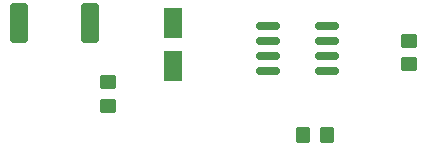
<source format=gbr>
%TF.GenerationSoftware,KiCad,Pcbnew,8.0.1-rc1*%
%TF.CreationDate,2024-06-04T01:21:06-05:00*%
%TF.ProjectId,555Timer_Breakout,35353554-696d-4657-925f-427265616b6f,rev?*%
%TF.SameCoordinates,Original*%
%TF.FileFunction,Paste,Top*%
%TF.FilePolarity,Positive*%
%FSLAX46Y46*%
G04 Gerber Fmt 4.6, Leading zero omitted, Abs format (unit mm)*
G04 Created by KiCad (PCBNEW 8.0.1-rc1) date 2024-06-04 01:21:06*
%MOMM*%
%LPD*%
G01*
G04 APERTURE LIST*
G04 Aperture macros list*
%AMRoundRect*
0 Rectangle with rounded corners*
0 $1 Rounding radius*
0 $2 $3 $4 $5 $6 $7 $8 $9 X,Y pos of 4 corners*
0 Add a 4 corners polygon primitive as box body*
4,1,4,$2,$3,$4,$5,$6,$7,$8,$9,$2,$3,0*
0 Add four circle primitives for the rounded corners*
1,1,$1+$1,$2,$3*
1,1,$1+$1,$4,$5*
1,1,$1+$1,$6,$7*
1,1,$1+$1,$8,$9*
0 Add four rect primitives between the rounded corners*
20,1,$1+$1,$2,$3,$4,$5,0*
20,1,$1+$1,$4,$5,$6,$7,0*
20,1,$1+$1,$6,$7,$8,$9,0*
20,1,$1+$1,$8,$9,$2,$3,0*%
G04 Aperture macros list end*
%ADD10RoundRect,0.150000X-0.825000X-0.150000X0.825000X-0.150000X0.825000X0.150000X-0.825000X0.150000X0*%
%ADD11RoundRect,0.250000X0.450000X-0.350000X0.450000X0.350000X-0.450000X0.350000X-0.450000X-0.350000X0*%
%ADD12RoundRect,0.250000X-0.350000X-0.450000X0.350000X-0.450000X0.350000X0.450000X-0.350000X0.450000X0*%
%ADD13RoundRect,0.249999X0.512501X1.425001X-0.512501X1.425001X-0.512501X-1.425001X0.512501X-1.425001X0*%
%ADD14RoundRect,0.250000X0.550000X-1.050000X0.550000X1.050000X-0.550000X1.050000X-0.550000X-1.050000X0*%
G04 APERTURE END LIST*
D10*
%TO.C,U1*%
X142050000Y-62730000D03*
X142050000Y-64000000D03*
X142050000Y-65270000D03*
X142050000Y-66540000D03*
X147000000Y-66540000D03*
X147000000Y-65270000D03*
X147000000Y-64000000D03*
X147000000Y-62730000D03*
%TD*%
D11*
%TO.C,R3*%
X154000000Y-66000000D03*
X154000000Y-64000000D03*
%TD*%
D12*
%TO.C,R2*%
X145000000Y-72000000D03*
X147000000Y-72000000D03*
%TD*%
D11*
%TO.C,R1*%
X128500000Y-69500000D03*
X128500000Y-67500000D03*
%TD*%
D13*
%TO.C,D1*%
X126955000Y-62500000D03*
X120980000Y-62500000D03*
%TD*%
D14*
%TO.C,C1*%
X134000000Y-66100000D03*
X134000000Y-62500000D03*
%TD*%
M02*

</source>
